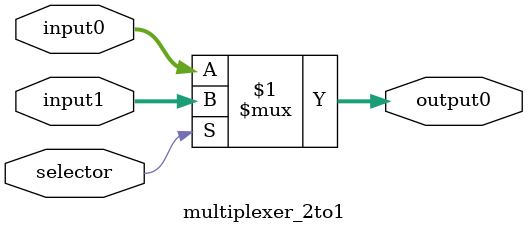
<source format=v>
`timescale 1ns / 1ps

module multiplexer_2to1(
	input[31:0] input0, input[31:0] input1, input selector, 
	output[31:0] output0
	);
	
	assign output0 = selector ? input1 : input0;
	
endmodule

</source>
